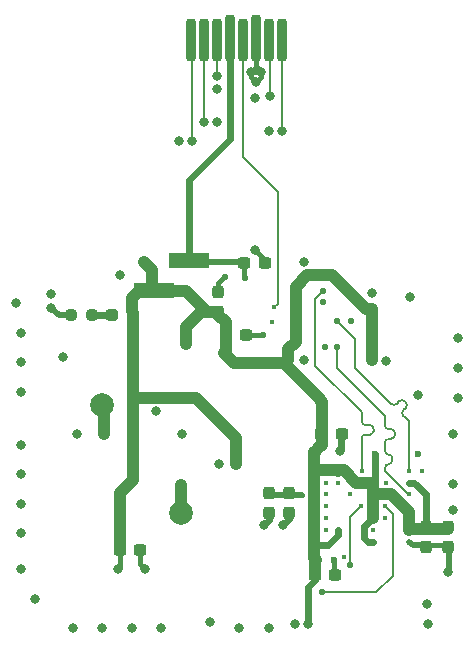
<source format=gbr>
%TF.GenerationSoftware,KiCad,Pcbnew,9.0.2*%
%TF.CreationDate,2025-06-23T22:31:52+02:00*%
%TF.ProjectId,Board,426f6172-642e-46b6-9963-61645f706362,rev?*%
%TF.SameCoordinates,Original*%
%TF.FileFunction,Copper,L1,Top*%
%TF.FilePolarity,Positive*%
%FSLAX46Y46*%
G04 Gerber Fmt 4.6, Leading zero omitted, Abs format (unit mm)*
G04 Created by KiCad (PCBNEW 9.0.2) date 2025-06-23 22:31:52*
%MOMM*%
%LPD*%
G01*
G04 APERTURE LIST*
G04 Aperture macros list*
%AMRoundRect*
0 Rectangle with rounded corners*
0 $1 Rounding radius*
0 $2 $3 $4 $5 $6 $7 $8 $9 X,Y pos of 4 corners*
0 Add a 4 corners polygon primitive as box body*
4,1,4,$2,$3,$4,$5,$6,$7,$8,$9,$2,$3,0*
0 Add four circle primitives for the rounded corners*
1,1,$1+$1,$2,$3*
1,1,$1+$1,$4,$5*
1,1,$1+$1,$6,$7*
1,1,$1+$1,$8,$9*
0 Add four rect primitives between the rounded corners*
20,1,$1+$1,$2,$3,$4,$5,0*
20,1,$1+$1,$4,$5,$6,$7,0*
20,1,$1+$1,$6,$7,$8,$9,0*
20,1,$1+$1,$8,$9,$2,$3,0*%
%AMFreePoly0*
4,1,5,0.635001,-1.715011,-0.635001,-1.715011,-0.635001,1.715011,0.635001,1.715011,0.635001,-1.715011,0.635001,-1.715011,$1*%
G04 Aperture macros list end*
%TA.AperFunction,SMDPad,CuDef*%
%ADD10RoundRect,0.237500X-0.237500X0.300000X-0.237500X-0.300000X0.237500X-0.300000X0.237500X0.300000X0*%
%TD*%
%TA.AperFunction,SMDPad,CuDef*%
%ADD11RoundRect,0.237500X0.300000X0.237500X-0.300000X0.237500X-0.300000X-0.237500X0.300000X-0.237500X0*%
%TD*%
%TA.AperFunction,SMDPad,CuDef*%
%ADD12C,2.000000*%
%TD*%
%TA.AperFunction,SMDPad,CuDef*%
%ADD13RoundRect,0.237500X0.237500X-0.300000X0.237500X0.300000X-0.237500X0.300000X-0.237500X-0.300000X0*%
%TD*%
%TA.AperFunction,SMDPad,CuDef*%
%ADD14RoundRect,0.200000X-0.200000X-1.600000X0.200000X-1.600000X0.200000X1.600000X-0.200000X1.600000X0*%
%TD*%
%TA.AperFunction,SMDPad,CuDef*%
%ADD15RoundRect,0.200000X-0.200000X-1.750000X0.200000X-1.750000X0.200000X1.750000X-0.200000X1.750000X0*%
%TD*%
%TA.AperFunction,SMDPad,CuDef*%
%ADD16FreePoly0,270.000000*%
%TD*%
%TA.AperFunction,SMDPad,CuDef*%
%ADD17RoundRect,0.237500X-0.287500X-0.237500X0.287500X-0.237500X0.287500X0.237500X-0.287500X0.237500X0*%
%TD*%
%TA.AperFunction,SMDPad,CuDef*%
%ADD18RoundRect,0.237500X0.250000X0.237500X-0.250000X0.237500X-0.250000X-0.237500X0.250000X-0.237500X0*%
%TD*%
%TA.AperFunction,SMDPad,CuDef*%
%ADD19RoundRect,0.237500X-0.300000X-0.237500X0.300000X-0.237500X0.300000X0.237500X-0.300000X0.237500X0*%
%TD*%
%TA.AperFunction,ViaPad*%
%ADD20C,0.800000*%
%TD*%
%TA.AperFunction,ViaPad*%
%ADD21C,0.600000*%
%TD*%
%TA.AperFunction,ViaPad*%
%ADD22C,0.450000*%
%TD*%
%TA.AperFunction,ViaPad*%
%ADD23C,0.550000*%
%TD*%
%TA.AperFunction,Conductor*%
%ADD24C,0.150000*%
%TD*%
%TA.AperFunction,Conductor*%
%ADD25C,0.600000*%
%TD*%
%TA.AperFunction,Conductor*%
%ADD26C,0.400000*%
%TD*%
%TA.AperFunction,Conductor*%
%ADD27C,0.500000*%
%TD*%
%TA.AperFunction,Conductor*%
%ADD28C,1.000000*%
%TD*%
%TA.AperFunction,Conductor*%
%ADD29C,0.200000*%
%TD*%
G04 APERTURE END LIST*
D10*
%TO.P,C5,1,1*%
%TO.N,P3V3*%
X105200000Y-89437525D03*
%TO.P,C5,2,2*%
%TO.N,GND*%
X105200000Y-91162525D03*
%TD*%
D11*
%TO.P,C8,1,1*%
%TO.N,GND*%
X88062500Y-73200000D03*
%TO.P,C8,2,2*%
%TO.N,P3V3*%
X86337500Y-73200000D03*
%TD*%
D12*
%TO.P,TP1,1,1*%
%TO.N,Net-(U1-DETECT-SW)*%
X75850000Y-79150000D03*
%TD*%
%TO.P,TP2,1,1*%
%TO.N,Net-(U1-DETECT_LEVER)*%
X82600000Y-88250000D03*
%TD*%
D10*
%TO.P,C3,1,1*%
%TO.N,Net-(U3B-VDDIM)*%
X90000000Y-86577525D03*
%TO.P,C3,2,2*%
%TO.N,GND*%
X90000000Y-88302525D03*
%TD*%
D11*
%TO.P,C10,1,1*%
%TO.N,GND*%
X79112500Y-91400000D03*
%TO.P,C10,2,2*%
%TO.N,P3V3*%
X77387500Y-91400000D03*
%TD*%
%TO.P,C2,1,1*%
%TO.N,GND*%
X89662500Y-67100000D03*
%TO.P,C2,2,2*%
%TO.N,P3V3_SD*%
X87937500Y-67100000D03*
%TD*%
D13*
%TO.P,C1,1,1*%
%TO.N,GND*%
X91700000Y-88302525D03*
%TO.P,C1,2,2*%
%TO.N,Net-(U3B-VDDIM)*%
X91700000Y-86577525D03*
%TD*%
D14*
%TO.P,J1,1,DAT2/NC*%
%TO.N,/PAD_uSD_DAT2*%
X83400000Y-48210414D03*
%TO.P,J1,2,DAT3/CS*%
%TO.N,/PAD_uSD_DAT3*%
X84500000Y-48210414D03*
%TO.P,J1,3,CMD/SDI*%
%TO.N,/PAD_uSD_CMD*%
X85600000Y-48210414D03*
D15*
%TO.P,J1,4,VDD*%
%TO.N,P3V3_SD*%
X86700000Y-48060414D03*
D14*
%TO.P,J1,5,CLK/SCLK*%
%TO.N,/PAD_uSD_SCLK*%
X87800000Y-48210414D03*
D15*
%TO.P,J1,6,GND*%
%TO.N,GND*%
X88900000Y-48060414D03*
D14*
%TO.P,J1,7,DAT0/SDO*%
%TO.N,/PAD_uSD_DAT0*%
X90000000Y-48210414D03*
%TO.P,J1,8,DAT1/NC*%
%TO.N,/PAD_uSD_DAT1*%
X91100000Y-48210414D03*
%TD*%
D16*
%TO.P,J2,1,1*%
%TO.N,P3V3_SD*%
X83209995Y-66979997D03*
%TO.P,J2,2,2*%
%TO.N,P3V3*%
X80290005Y-69520003D03*
%TD*%
D17*
%TO.P,U5,1,K*%
%TO.N,Net-(U5-K)*%
X76725000Y-71500000D03*
%TO.P,U5,2,A*%
%TO.N,P3V3*%
X78475000Y-71500000D03*
%TD*%
D10*
%TO.P,C9,1,1*%
%TO.N,GND*%
X85700000Y-69537500D03*
%TO.P,C9,2,2*%
%TO.N,P3V3*%
X85700000Y-71262500D03*
%TD*%
D13*
%TO.P,C4,1,1*%
%TO.N,GND*%
X103300000Y-91162525D03*
%TO.P,C4,2,2*%
%TO.N,P3V3*%
X103300000Y-89437525D03*
%TD*%
D11*
%TO.P,C6,1,1*%
%TO.N,GND*%
X96162500Y-81550000D03*
%TO.P,C6,2,2*%
%TO.N,P3V3*%
X94437500Y-81550000D03*
%TD*%
D18*
%TO.P,R32,1*%
%TO.N,Net-(U5-K)*%
X75059134Y-71500000D03*
%TO.P,R32,2*%
%TO.N,GND*%
X73234134Y-71500000D03*
%TD*%
D19*
%TO.P,C7,1,1*%
%TO.N,P3V3*%
X93887500Y-93550000D03*
%TO.P,C7,2,2*%
%TO.N,GND*%
X95612500Y-93550000D03*
%TD*%
D20*
%TO.N,/PAD_uSD_CMD*%
X85659107Y-51300000D03*
D21*
%TO.N,GND*%
X102600000Y-83300000D03*
D22*
X90294221Y-72094221D03*
X95850000Y-85725000D03*
X99895834Y-85704444D03*
X98860000Y-89710000D03*
D20*
X82375000Y-56775000D03*
D23*
X86292765Y-68330170D03*
D20*
X69000000Y-90000000D03*
X72600000Y-75100000D03*
X69000000Y-85000000D03*
X105600000Y-81600000D03*
D22*
X94860000Y-89700000D03*
D20*
X92200000Y-97700000D03*
X99900000Y-75400000D03*
X105200000Y-93300000D03*
X80450000Y-79650000D03*
X73400000Y-98000000D03*
D22*
X96379693Y-91991723D03*
D20*
X80900000Y-98000000D03*
D23*
X94625000Y-70400000D03*
D21*
X95500000Y-92250012D03*
D20*
X103400000Y-96000000D03*
X106000000Y-73500000D03*
X71600000Y-70900000D03*
X88850000Y-53100000D03*
X93000000Y-67000000D03*
D22*
X94860000Y-88710000D03*
D23*
X94775000Y-74250000D03*
D20*
X90000000Y-98000000D03*
X105600000Y-85800000D03*
X102000000Y-70000000D03*
X69000000Y-82500000D03*
X90025000Y-55950000D03*
X91200000Y-89300000D03*
D22*
X102990000Y-84740000D03*
X94860000Y-85710000D03*
D20*
X78400000Y-98000000D03*
X85800000Y-84100000D03*
X69000000Y-75500000D03*
X98750000Y-69675000D03*
X106000000Y-78500000D03*
X96000000Y-83000000D03*
X68600000Y-70500000D03*
X85650000Y-52350000D03*
X70200000Y-95550000D03*
X85600000Y-55200000D03*
X88475000Y-50950000D03*
X79500000Y-93000000D03*
D22*
X99860000Y-88710000D03*
D20*
X88950000Y-51800000D03*
X69000000Y-93000000D03*
X71600000Y-69700000D03*
X85000000Y-97500000D03*
D23*
X89500000Y-73194610D03*
D22*
X96850000Y-86710000D03*
D20*
X69000000Y-87500000D03*
D23*
X96950000Y-72050000D03*
D20*
X89600000Y-89300000D03*
X105600000Y-88000000D03*
X69000000Y-73000000D03*
X77400000Y-68100000D03*
X103500000Y-97700000D03*
X89350000Y-50900000D03*
X69000000Y-78000000D03*
D22*
X94860000Y-87710000D03*
D20*
X82650000Y-81600000D03*
D22*
X94860000Y-86710000D03*
D20*
X93000000Y-75350000D03*
D22*
X101895364Y-90704956D03*
D20*
X88850000Y-66050000D03*
X102600000Y-78250000D03*
X73750000Y-81600000D03*
X87500000Y-98000000D03*
X75900000Y-98000000D03*
X106000000Y-76000000D03*
%TO.N,/PAD_uSD_DAT0*%
X90097861Y-52997861D03*
%TO.N,/PAD_uSD_DAT1*%
X91100000Y-55975000D03*
D22*
%TO.N,/PAD_uSD_SCLK*%
X90450000Y-70850000D03*
D20*
%TO.N,/PAD_uSD_DAT3*%
X84500000Y-55200000D03*
%TO.N,/PAD_uSD_DAT2*%
X83475000Y-56775000D03*
%TO.N,P3V3*%
X98750000Y-71000000D03*
X87200000Y-84100000D03*
X93300000Y-97700000D03*
X94350000Y-78750000D03*
D21*
X94000000Y-92250012D03*
D20*
X91500000Y-75500000D03*
D22*
X98850000Y-88700000D03*
D23*
X83000000Y-69500000D03*
D22*
X101860000Y-89710000D03*
X95850000Y-89700000D03*
D20*
X86233617Y-74751402D03*
X77250000Y-93000000D03*
X98650000Y-75400000D03*
D22*
X93850000Y-88710000D03*
X95860000Y-84700000D03*
X93860000Y-84710000D03*
D23*
X83500000Y-72000000D03*
D20*
X81650000Y-78550000D03*
X94000000Y-83000000D03*
D22*
X93850000Y-89700000D03*
D20*
X79400000Y-67000000D03*
D21*
X99000000Y-83300000D03*
D22*
X93850000Y-87700000D03*
X98860000Y-85710000D03*
X98860000Y-90710000D03*
X93850000Y-85700000D03*
D23*
X83000000Y-73950000D03*
D22*
X101850000Y-85725000D03*
X93850000Y-86700000D03*
%TO.N,Net-(U3B-VDDIM)*%
X92826388Y-86723612D03*
D23*
%TO.N,P3V3_SD*%
X87956540Y-68350000D03*
%TO.N,/eMMC_RST_N*%
X94500000Y-95000000D03*
D22*
X99850000Y-87720000D03*
%TO.N,/eMMC_D2*%
X97860000Y-84710000D03*
D23*
X94605940Y-69500000D03*
D22*
%TO.N,/eMMC_D3*%
X101870000Y-84700000D03*
D23*
X95800000Y-72000000D03*
%TO.N,Net-(U3A-DS)*%
X96900000Y-92700000D03*
D22*
X97830000Y-87720000D03*
D20*
%TO.N,Net-(U1-DETECT-SW)*%
X76050000Y-81550000D03*
%TO.N,Net-(U1-DETECT_LEVER)*%
X82550000Y-85900000D03*
D22*
%TO.N,/eMMC_CMD*%
X101850000Y-86710000D03*
D23*
X95790000Y-74230000D03*
%TD*%
D24*
%TO.N,/PAD_uSD_CMD*%
X85650000Y-51290893D02*
X85650000Y-48219521D01*
X85650000Y-48219521D02*
X85659107Y-48210414D01*
X85659107Y-51300000D02*
X85650000Y-51290893D01*
D25*
%TO.N,GND*%
X96162500Y-81550000D02*
X96150000Y-81562500D01*
D26*
X86169830Y-68330170D02*
X86292765Y-68330170D01*
D27*
X105200000Y-93300000D02*
X105300000Y-93200000D01*
D26*
X88900000Y-48060414D02*
X88900000Y-50450000D01*
X89205390Y-73194610D02*
X89200000Y-73200000D01*
X89500025Y-66700025D02*
X89500025Y-67100000D01*
X89200000Y-73200000D02*
X88362500Y-73200000D01*
D27*
X102190458Y-91000050D02*
X101895364Y-90704956D01*
D25*
X90000000Y-88140050D02*
X90000000Y-88900000D01*
D26*
X95500000Y-93449987D02*
X95500025Y-93450012D01*
X95500000Y-92250012D02*
X95500000Y-93449987D01*
D27*
X72200000Y-71500000D02*
X71600000Y-70900000D01*
X73393268Y-71500000D02*
X72200000Y-71500000D01*
D25*
X91700000Y-88140050D02*
X91700000Y-88800000D01*
D26*
X105200000Y-91000050D02*
X103300000Y-91000050D01*
D25*
X96150000Y-82850000D02*
X96000000Y-83000000D01*
D26*
X89300000Y-50950000D02*
X89350000Y-50900000D01*
X88475000Y-51325000D02*
X88950000Y-51800000D01*
X79112500Y-91400000D02*
X79112500Y-92612500D01*
D25*
X91700000Y-88800000D02*
X91200000Y-89300000D01*
D26*
X104899975Y-91200000D02*
X104700025Y-91000050D01*
X89500000Y-73194610D02*
X89205390Y-73194610D01*
X88850000Y-66050000D02*
X89500025Y-66700025D01*
X85700000Y-68800000D02*
X86169830Y-68330170D01*
X89350000Y-51400000D02*
X88950000Y-51800000D01*
X88900000Y-50450000D02*
X89350000Y-50900000D01*
D27*
X103300000Y-91000050D02*
X102190458Y-91000050D01*
D26*
X88475000Y-50950000D02*
X88475000Y-51325000D01*
X79112500Y-92612500D02*
X79500000Y-93000000D01*
X104700025Y-91000050D02*
X103300000Y-91000050D01*
D27*
X105300000Y-91262525D02*
X105200000Y-91162525D01*
D26*
X88475000Y-50950000D02*
X89300000Y-50950000D01*
X89350000Y-50900000D02*
X89350000Y-51400000D01*
D25*
X90000000Y-88900000D02*
X89600000Y-89300000D01*
D26*
X85700000Y-69537500D02*
X85700000Y-68800000D01*
X88900000Y-50525000D02*
X88900000Y-48060414D01*
D27*
X105300000Y-93200000D02*
X105300000Y-91262525D01*
D25*
X96150000Y-81562500D02*
X96150000Y-82850000D01*
D26*
X88475000Y-50950000D02*
X88900000Y-50525000D01*
D24*
%TO.N,/PAD_uSD_DAT0*%
X90097861Y-48249168D02*
X90059107Y-48210414D01*
X90097861Y-52997861D02*
X90097861Y-48249168D01*
%TO.N,/PAD_uSD_DAT1*%
X91100000Y-48269521D02*
X91159107Y-48210414D01*
X91100000Y-55975000D02*
X91100000Y-48269521D01*
%TO.N,/PAD_uSD_SCLK*%
X87800000Y-48269521D02*
X87859107Y-48210414D01*
X87800000Y-58175000D02*
X87800000Y-48269521D01*
X90550000Y-70950000D02*
X90450000Y-70850000D01*
X90750000Y-61125000D02*
X87800000Y-58175000D01*
X90450000Y-70850000D02*
X90750000Y-70550000D01*
X90750000Y-70550000D02*
X90750000Y-61125000D01*
%TO.N,/PAD_uSD_DAT3*%
X84500000Y-48269521D02*
X84559107Y-48210414D01*
X84500000Y-55200000D02*
X84500000Y-48269521D01*
%TO.N,/PAD_uSD_DAT2*%
X83459107Y-56759107D02*
X83459107Y-48210414D01*
X83475000Y-56775000D02*
X83459107Y-56759107D01*
D28*
%TO.N,P3V3*%
X83000000Y-69500000D02*
X80310008Y-69500000D01*
X92275000Y-73775000D02*
X92275000Y-69125000D01*
D25*
X99000000Y-83300000D02*
X99000000Y-85570000D01*
D28*
X93850000Y-92100012D02*
X94000000Y-92250012D01*
X79400000Y-67000000D02*
X80100000Y-67700000D01*
X94500000Y-82500000D02*
X94500000Y-78900000D01*
D25*
X95850000Y-89700000D02*
X95850000Y-90150000D01*
D28*
X83000000Y-69500000D02*
X84762500Y-71262500D01*
X78450000Y-70050000D02*
X78979997Y-69520003D01*
X78500000Y-78550000D02*
X78500000Y-85500000D01*
X100325000Y-86650000D02*
X101860000Y-88185000D01*
X83000000Y-72500000D02*
X83000000Y-73950000D01*
X98860000Y-86800000D02*
X98860000Y-88690000D01*
X86250000Y-74750000D02*
X87050000Y-75550000D01*
X84762500Y-71262500D02*
X85700000Y-71262500D01*
X95381003Y-68156003D02*
X98225000Y-71000000D01*
X96329209Y-84670000D02*
X95830000Y-84670000D01*
X94199975Y-82800025D02*
X94500000Y-82500000D01*
X101860000Y-88185000D02*
X101860000Y-89710000D01*
D25*
X103300000Y-86700000D02*
X103300000Y-89600000D01*
D28*
X83850000Y-78550000D02*
X87200000Y-81900000D01*
X93850000Y-86700000D02*
X93850000Y-89700000D01*
X98860000Y-85710000D02*
X97369209Y-85710000D01*
D26*
X78399467Y-71247586D02*
X78399467Y-71496520D01*
D28*
X87200000Y-81900000D02*
X87200000Y-84100000D01*
D27*
X93900000Y-84670000D02*
X93970000Y-84600000D01*
D28*
X83500000Y-72000000D02*
X83000000Y-72500000D01*
X87050000Y-75550000D02*
X91450000Y-75550000D01*
D26*
X77387500Y-91400000D02*
X77387500Y-92862500D01*
D28*
X77387500Y-86612500D02*
X77387500Y-91400000D01*
X93887500Y-93550000D02*
X93887500Y-92362512D01*
D26*
X78450000Y-71197053D02*
X78399467Y-71247586D01*
D28*
X86337500Y-74647519D02*
X86233617Y-74751402D01*
X99010000Y-86650000D02*
X100325000Y-86650000D01*
X78979997Y-69520003D02*
X81540005Y-69520003D01*
D25*
X98800000Y-88700000D02*
X98100000Y-89400000D01*
D28*
X105200000Y-89600000D02*
X103300000Y-89600000D01*
D25*
X102325000Y-85725000D02*
X103300000Y-86700000D01*
D28*
X93850000Y-89700000D02*
X93850000Y-91000000D01*
X81650000Y-78550000D02*
X83850000Y-78550000D01*
D25*
X98100000Y-90400000D02*
X98410000Y-90710000D01*
X98410000Y-90710000D02*
X98860000Y-90710000D01*
D28*
X91650000Y-74400000D02*
X92275000Y-73775000D01*
X93860000Y-83140000D02*
X94000000Y-83000000D01*
X85700000Y-71262500D02*
X84237500Y-71262500D01*
X91650000Y-75350000D02*
X91650000Y-74400000D01*
X98860000Y-86800000D02*
X99010000Y-86650000D01*
X93900000Y-84670000D02*
X95830000Y-84670000D01*
X78500000Y-85500000D02*
X77387500Y-86612500D01*
X93860000Y-84710000D02*
X93860000Y-85690000D01*
X92275000Y-69125000D02*
X93243997Y-68156003D01*
X86337500Y-72137500D02*
X86337500Y-73200000D01*
D26*
X77387500Y-92862500D02*
X77250000Y-93000000D01*
D28*
X94350000Y-78600000D02*
X94350000Y-78750000D01*
D26*
X98860000Y-88690000D02*
X98850000Y-88700000D01*
X102000320Y-89600000D02*
X101895364Y-89704956D01*
D25*
X101850000Y-85725000D02*
X102325000Y-85725000D01*
D28*
X86337500Y-73200000D02*
X86337500Y-74647519D01*
X97369209Y-85710000D02*
X96329209Y-84670000D01*
D25*
X93300000Y-97700000D02*
X93300000Y-94550000D01*
X95850000Y-90150000D02*
X95000000Y-91000000D01*
D28*
X98750000Y-71000000D02*
X98750000Y-75300000D01*
X80100000Y-67700000D02*
X80100000Y-69329998D01*
D25*
X94199975Y-82800025D02*
X94000000Y-83000000D01*
D28*
X91450000Y-75550000D02*
X91650000Y-75350000D01*
D25*
X93300000Y-94550000D02*
X93887500Y-93962500D01*
X93887500Y-93962500D02*
X93887500Y-93550000D01*
D28*
X91500000Y-75750000D02*
X94350000Y-78600000D01*
X85700000Y-71500000D02*
X86337500Y-72137500D01*
D25*
X93860000Y-85690000D02*
X93850000Y-85700000D01*
D28*
X81650000Y-78550000D02*
X78500000Y-78550000D01*
X93860000Y-84710000D02*
X93860000Y-83140000D01*
X93900000Y-84600000D02*
X93900000Y-84670000D01*
X93850000Y-91000000D02*
X93850000Y-92100012D01*
X93243997Y-68156003D02*
X95381003Y-68156003D01*
X93887500Y-92362512D02*
X94000000Y-92250012D01*
D26*
X98850000Y-88700000D02*
X98800000Y-88700000D01*
D28*
X95830000Y-84670000D02*
X95860000Y-84700000D01*
D26*
X99000000Y-85570000D02*
X98860000Y-85710000D01*
D28*
X103300000Y-89600000D02*
X102000320Y-89600000D01*
X78450000Y-71197053D02*
X78450000Y-70050000D01*
X93850000Y-85700000D02*
X93850000Y-86700000D01*
X84237500Y-71262500D02*
X83500000Y-72000000D01*
X98860000Y-85710000D02*
X98860000Y-86800000D01*
X94500000Y-78900000D02*
X94350000Y-78750000D01*
X91500000Y-75500000D02*
X91500000Y-75750000D01*
X78500000Y-71597053D02*
X78500000Y-78550000D01*
D25*
X95000000Y-91000000D02*
X93850000Y-91000000D01*
X93900000Y-84670000D02*
X93860000Y-84710000D01*
D28*
X85700000Y-71262500D02*
X85700000Y-71500000D01*
X98225000Y-71000000D02*
X98750000Y-71000000D01*
X80100000Y-69329998D02*
X80290005Y-69520003D01*
D25*
X98750000Y-75300000D02*
X98650000Y-75400000D01*
X98100000Y-89400000D02*
X98100000Y-90400000D01*
D26*
%TO.N,Net-(U3B-VDDIM)*%
X92810000Y-86740000D02*
X92826388Y-86723612D01*
D27*
X90000000Y-86740000D02*
X91700000Y-86740000D01*
X91700000Y-86740000D02*
X92810000Y-86740000D01*
D25*
%TO.N,P3V3_SD*%
X86700000Y-56600000D02*
X83250000Y-60050000D01*
D27*
X87999975Y-67000000D02*
X84689992Y-67000000D01*
D26*
X86759107Y-48060414D02*
X86800000Y-48101307D01*
D25*
X86700000Y-48201307D02*
X86700000Y-56600000D01*
D27*
X88100000Y-67100025D02*
X87999975Y-67000000D01*
D26*
X87937500Y-67262525D02*
X87937500Y-68330960D01*
D24*
X84589967Y-67100025D02*
X84459995Y-67229997D01*
D29*
X88100000Y-67100025D02*
X87937500Y-67262525D01*
D25*
X86800000Y-48101307D02*
X86700000Y-48201307D01*
D27*
X84689992Y-67000000D02*
X84589967Y-67100025D01*
D25*
X83250000Y-60050000D02*
X83250000Y-66729997D01*
D29*
X87937500Y-68330960D02*
X87956540Y-68350000D01*
D25*
X83250000Y-66729997D02*
X84459995Y-66729997D01*
D24*
%TO.N,/eMMC_RST_N*%
X99080000Y-95000000D02*
X94500000Y-95000000D01*
X99860000Y-87720000D02*
X100500000Y-88360000D01*
X100500000Y-88360000D02*
X100500000Y-93580000D01*
X99850000Y-87720000D02*
X99860000Y-87720000D01*
X100500000Y-93580000D02*
X99080000Y-95000000D01*
%TO.N,/eMMC_D2*%
X98180000Y-80834871D02*
X98550000Y-80834871D01*
X98550000Y-81634871D02*
X98180000Y-81634871D01*
X93950000Y-70155940D02*
X93950000Y-75840000D01*
X97860000Y-82408600D02*
X97860000Y-84710000D01*
X93950000Y-75840000D02*
X97860000Y-79750000D01*
X97860000Y-79750000D02*
X97860000Y-80514871D01*
X94605940Y-69500000D02*
X93950000Y-70155940D01*
X97860000Y-81954871D02*
X97860000Y-82114871D01*
X97860000Y-82114871D02*
X97860000Y-82408600D01*
X98870000Y-81154871D02*
X98870000Y-81314871D01*
X98180000Y-81634871D02*
G75*
G03*
X97859971Y-81954871I0J-320029D01*
G01*
X98550000Y-80834871D02*
G75*
G02*
X98870029Y-81154871I0J-320029D01*
G01*
X98870000Y-81314871D02*
G75*
G02*
X98550000Y-81634900I-320000J-29D01*
G01*
X97860000Y-80514871D02*
G75*
G03*
X98180000Y-80834900I320000J-29D01*
G01*
%TO.N,/eMMC_D3*%
X101697980Y-80357980D02*
X101870000Y-80530000D01*
X100821140Y-79028592D02*
X101040344Y-78809389D01*
X97325000Y-73525000D02*
X97325000Y-75985000D01*
X97325000Y-75985000D02*
X100368592Y-79028592D01*
X101386824Y-80046824D02*
X101499962Y-80159962D01*
X101606029Y-79375074D02*
X101386824Y-79594276D01*
X95800000Y-72000000D02*
X97325000Y-73525000D01*
X101492892Y-78809389D02*
X101606029Y-78922526D01*
X101499962Y-80159962D02*
X101697980Y-80357980D01*
X101870000Y-80530000D02*
X101870000Y-84700000D01*
X101040344Y-78809389D02*
G75*
G02*
X101492892Y-78809389I226274J-226273D01*
G01*
X101606029Y-78922526D02*
G75*
G02*
X101606029Y-79375074I-226229J-226274D01*
G01*
X100368592Y-79028592D02*
G75*
G03*
X100821140Y-79028592I226274J226273D01*
G01*
X101386824Y-79594276D02*
G75*
G03*
X101386774Y-80046874I226276J-226324D01*
G01*
%TO.N,Net-(U3A-DS)*%
X96900000Y-92460000D02*
X96910000Y-92450000D01*
X96910000Y-92450000D02*
X96910000Y-88640000D01*
X96900000Y-92700000D02*
X96900000Y-92460000D01*
X96910000Y-88640000D02*
X97830000Y-87720000D01*
D28*
%TO.N,Net-(U1-DETECT-SW)*%
X76050000Y-81550000D02*
X76050000Y-79350000D01*
X76050000Y-79350000D02*
X75850000Y-79150000D01*
%TO.N,Net-(U1-DETECT_LEVER)*%
X82600000Y-88250000D02*
X82600000Y-85950000D01*
X82600000Y-85950000D02*
X82550000Y-85900000D01*
D24*
%TO.N,/eMMC_CMD*%
X100690000Y-81503636D02*
X100690000Y-81659636D01*
X99850000Y-82283636D02*
X99850000Y-82439636D01*
X100450000Y-83833446D02*
X100450000Y-83633446D01*
X99850000Y-82833446D02*
X99850000Y-82650000D01*
X100162000Y-81191636D02*
X100378000Y-81191636D01*
X99850000Y-83033446D02*
X99850000Y-82833446D01*
X99850000Y-84710000D02*
X99850000Y-84433446D01*
X99850000Y-82439636D02*
X99850000Y-82650000D01*
X99850000Y-80090000D02*
X99850000Y-80879636D01*
X100378000Y-81971636D02*
X100162000Y-81971636D01*
X95790000Y-74230000D02*
X95790000Y-76030000D01*
X101740000Y-86600000D02*
X99850000Y-84710000D01*
X95790000Y-76030000D02*
X99850000Y-80090000D01*
X99850000Y-80879636D02*
G75*
G03*
X100162000Y-81191600I312000J36D01*
G01*
X100690000Y-81659636D02*
G75*
G02*
X100378000Y-81971600I-312000J36D01*
G01*
X100150000Y-83333446D02*
G75*
G02*
X99849954Y-83033446I0J300046D01*
G01*
X100378000Y-81191636D02*
G75*
G02*
X100689964Y-81503636I0J-311964D01*
G01*
X100450000Y-83633446D02*
G75*
G03*
X100150000Y-83333400I-300000J46D01*
G01*
X99850000Y-84433446D02*
G75*
G02*
X100150000Y-84133400I300000J46D01*
G01*
X100150000Y-84133446D02*
G75*
G03*
X100450046Y-83833446I0J300046D01*
G01*
X100162000Y-81971636D02*
G75*
G03*
X99850036Y-82283636I0J-311964D01*
G01*
D25*
%TO.N,Net-(U5-K)*%
X76800533Y-71503378D02*
X74903378Y-71503378D01*
X74903378Y-71503378D02*
X74900000Y-71500000D01*
%TD*%
M02*

</source>
